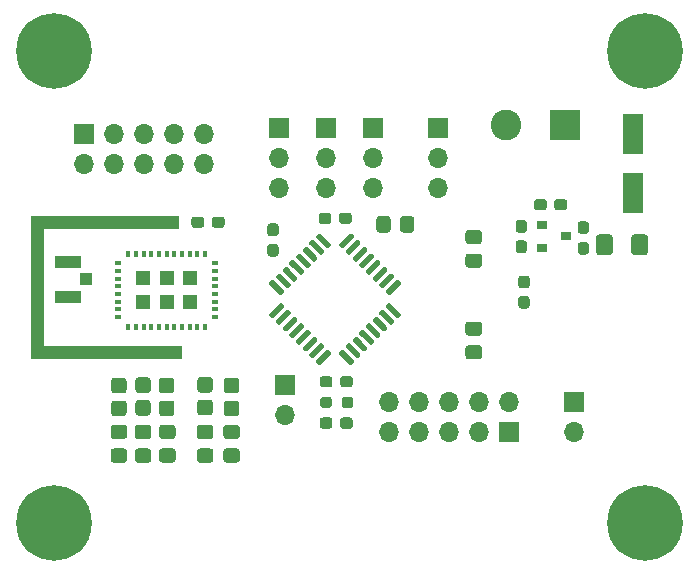
<source format=gbr>
%TF.GenerationSoftware,KiCad,Pcbnew,(5.1.10)-1*%
%TF.CreationDate,2021-08-23T16:31:20+01:00*%
%TF.ProjectId,Abhoinn_IoT_V3,4162686f-696e-46e5-9f49-6f545f56332e,rev?*%
%TF.SameCoordinates,Original*%
%TF.FileFunction,Soldermask,Top*%
%TF.FilePolarity,Negative*%
%FSLAX46Y46*%
G04 Gerber Fmt 4.6, Leading zero omitted, Abs format (unit mm)*
G04 Created by KiCad (PCBNEW (5.1.10)-1) date 2021-08-23 16:31:20*
%MOMM*%
%LPD*%
G01*
G04 APERTURE LIST*
%ADD10C,0.100000*%
%ADD11R,1.200000X1.200000*%
%ADD12R,0.350000X0.500000*%
%ADD13R,0.500000X0.350000*%
%ADD14R,1.800000X3.500000*%
%ADD15O,1.700000X1.700000*%
%ADD16R,1.700000X1.700000*%
%ADD17R,0.900000X0.800000*%
%ADD18C,2.600000*%
%ADD19R,2.600000X2.600000*%
%ADD20R,2.200000X1.050000*%
%ADD21R,1.050000X1.000000*%
%ADD22C,0.800000*%
%ADD23C,6.400000*%
G04 APERTURE END LIST*
D10*
G36*
X130500000Y-75000000D02*
G01*
X119000000Y-75000000D01*
X119000000Y-85000000D01*
X130750000Y-85000000D01*
X130750000Y-86000000D01*
X118000000Y-86000000D01*
X118000000Y-74000000D01*
X130500000Y-74000000D01*
X130500000Y-75000000D01*
G37*
X130500000Y-75000000D02*
X119000000Y-75000000D01*
X119000000Y-85000000D01*
X130750000Y-85000000D01*
X130750000Y-86000000D01*
X118000000Y-86000000D01*
X118000000Y-74000000D01*
X130500000Y-74000000D01*
X130500000Y-75000000D01*
D11*
%TO.C,IC1*%
X131500000Y-81250000D03*
X131500000Y-79250000D03*
X129500000Y-81250000D03*
X129500000Y-79250000D03*
X127500000Y-81250000D03*
X127500000Y-79250000D03*
D12*
X126250000Y-77150000D03*
X126900000Y-77150000D03*
X127550000Y-77150000D03*
X128200000Y-77150000D03*
X128850000Y-77150000D03*
X129500000Y-77150000D03*
X130150000Y-77150000D03*
X130800000Y-77150000D03*
X131450000Y-77150000D03*
X132100000Y-77150000D03*
X132750000Y-77150000D03*
D13*
X133600000Y-77975000D03*
X133600000Y-78625000D03*
X133600000Y-79275000D03*
X133600000Y-79925000D03*
X133600000Y-80575000D03*
X133600000Y-81225000D03*
X133600000Y-81875000D03*
X133600000Y-82525000D03*
D12*
X132750000Y-83350000D03*
X132100000Y-83350000D03*
X131450000Y-83350000D03*
X130800000Y-83350000D03*
X130150000Y-83350000D03*
X129500000Y-83350000D03*
X128850000Y-83350000D03*
X128200000Y-83350000D03*
X127550000Y-83350000D03*
X126900000Y-83350000D03*
X126250000Y-83350000D03*
D13*
X125400000Y-82525000D03*
X125400000Y-81875000D03*
X125400000Y-81225000D03*
X125400000Y-80575000D03*
X125400000Y-79925000D03*
X125400000Y-79275000D03*
X125400000Y-78625000D03*
X125400000Y-77975000D03*
%TD*%
%TO.C,R4*%
G36*
G01*
X129099999Y-93650000D02*
X130000001Y-93650000D01*
G75*
G02*
X130250000Y-93899999I0J-249999D01*
G01*
X130250000Y-94600001D01*
G75*
G02*
X130000001Y-94850000I-249999J0D01*
G01*
X129099999Y-94850000D01*
G75*
G02*
X128850000Y-94600001I0J249999D01*
G01*
X128850000Y-93899999D01*
G75*
G02*
X129099999Y-93650000I249999J0D01*
G01*
G37*
G36*
G01*
X129099999Y-91650000D02*
X130000001Y-91650000D01*
G75*
G02*
X130250000Y-91899999I0J-249999D01*
G01*
X130250000Y-92600001D01*
G75*
G02*
X130000001Y-92850000I-249999J0D01*
G01*
X129099999Y-92850000D01*
G75*
G02*
X128850000Y-92600001I0J249999D01*
G01*
X128850000Y-91899999D01*
G75*
G02*
X129099999Y-91650000I249999J0D01*
G01*
G37*
%TD*%
D14*
%TO.C,D1*%
X169000000Y-67000000D03*
X169000000Y-72000000D03*
%TD*%
D15*
%TO.C,J3*%
X148340000Y-89710000D03*
X148340000Y-92250000D03*
X150880000Y-89710000D03*
X150880000Y-92250000D03*
X153420000Y-89710000D03*
X153420000Y-92250000D03*
X155960000Y-89710000D03*
X155960000Y-92250000D03*
X158500000Y-89710000D03*
D16*
X158500000Y-92250000D03*
%TD*%
D17*
%TO.C,U1*%
X163306000Y-75692000D03*
X161306000Y-76642000D03*
X161306000Y-74742000D03*
%TD*%
%TO.C,C6*%
G36*
G01*
X161675000Y-72762500D02*
X161675000Y-73237500D01*
G75*
G02*
X161437500Y-73475000I-237500J0D01*
G01*
X160837500Y-73475000D01*
G75*
G02*
X160600000Y-73237500I0J237500D01*
G01*
X160600000Y-72762500D01*
G75*
G02*
X160837500Y-72525000I237500J0D01*
G01*
X161437500Y-72525000D01*
G75*
G02*
X161675000Y-72762500I0J-237500D01*
G01*
G37*
G36*
G01*
X163400000Y-72762500D02*
X163400000Y-73237500D01*
G75*
G02*
X163162500Y-73475000I-237500J0D01*
G01*
X162562500Y-73475000D01*
G75*
G02*
X162325000Y-73237500I0J237500D01*
G01*
X162325000Y-72762500D01*
G75*
G02*
X162562500Y-72525000I237500J0D01*
G01*
X163162500Y-72525000D01*
G75*
G02*
X163400000Y-72762500I0J-237500D01*
G01*
G37*
%TD*%
%TO.C,C9*%
G36*
G01*
X159987500Y-80087500D02*
X159512500Y-80087500D01*
G75*
G02*
X159275000Y-79850000I0J237500D01*
G01*
X159275000Y-79250000D01*
G75*
G02*
X159512500Y-79012500I237500J0D01*
G01*
X159987500Y-79012500D01*
G75*
G02*
X160225000Y-79250000I0J-237500D01*
G01*
X160225000Y-79850000D01*
G75*
G02*
X159987500Y-80087500I-237500J0D01*
G01*
G37*
G36*
G01*
X159987500Y-81812500D02*
X159512500Y-81812500D01*
G75*
G02*
X159275000Y-81575000I0J237500D01*
G01*
X159275000Y-80975000D01*
G75*
G02*
X159512500Y-80737500I237500J0D01*
G01*
X159987500Y-80737500D01*
G75*
G02*
X160225000Y-80975000I0J-237500D01*
G01*
X160225000Y-81575000D01*
G75*
G02*
X159987500Y-81812500I-237500J0D01*
G01*
G37*
%TD*%
%TO.C,F1*%
G36*
G01*
X167278880Y-75777440D02*
X167278880Y-77027440D01*
G75*
G02*
X167028880Y-77277440I-250000J0D01*
G01*
X166103880Y-77277440D01*
G75*
G02*
X165853880Y-77027440I0J250000D01*
G01*
X165853880Y-75777440D01*
G75*
G02*
X166103880Y-75527440I250000J0D01*
G01*
X167028880Y-75527440D01*
G75*
G02*
X167278880Y-75777440I0J-250000D01*
G01*
G37*
G36*
G01*
X170253880Y-75777440D02*
X170253880Y-77027440D01*
G75*
G02*
X170003880Y-77277440I-250000J0D01*
G01*
X169078880Y-77277440D01*
G75*
G02*
X168828880Y-77027440I0J250000D01*
G01*
X168828880Y-75777440D01*
G75*
G02*
X169078880Y-75527440I250000J0D01*
G01*
X170003880Y-75527440D01*
G75*
G02*
X170253880Y-75777440I0J-250000D01*
G01*
G37*
%TD*%
D15*
%TO.C,JP4*%
X152500000Y-71580000D03*
X152500000Y-69040000D03*
D16*
X152500000Y-66500000D03*
%TD*%
D15*
%TO.C,JP3*%
X147000000Y-71580000D03*
X147000000Y-69040000D03*
D16*
X147000000Y-66500000D03*
%TD*%
D15*
%TO.C,JP2*%
X139000000Y-71580000D03*
X139000000Y-69040000D03*
D16*
X139000000Y-66500000D03*
%TD*%
D15*
%TO.C,JP1*%
X143000000Y-71580000D03*
X143000000Y-69040000D03*
D16*
X143000000Y-66500000D03*
%TD*%
D15*
%TO.C,J2*%
X139500000Y-90790000D03*
D16*
X139500000Y-88250000D03*
%TD*%
D15*
%TO.C,J1*%
X164000000Y-92290000D03*
D16*
X164000000Y-89750000D03*
%TD*%
D15*
%TO.C,J4*%
X132660000Y-69540000D03*
X132660000Y-67000000D03*
X130120000Y-69540000D03*
X130120000Y-67000000D03*
X127580000Y-69540000D03*
X127580000Y-67000000D03*
X125040000Y-69540000D03*
X125040000Y-67000000D03*
X122500000Y-69540000D03*
D16*
X122500000Y-67000000D03*
%TD*%
%TO.C,U3*%
G36*
G01*
X144103554Y-76333095D02*
X144987437Y-75449212D01*
G75*
G02*
X145164213Y-75449212I88388J-88388D01*
G01*
X145340990Y-75625989D01*
G75*
G02*
X145340990Y-75802765I-88388J-88388D01*
G01*
X144457107Y-76686648D01*
G75*
G02*
X144280331Y-76686648I-88388J88388D01*
G01*
X144103554Y-76509871D01*
G75*
G02*
X144103554Y-76333095I88388J88388D01*
G01*
G37*
G36*
G01*
X144669239Y-76898781D02*
X145553122Y-76014898D01*
G75*
G02*
X145729898Y-76014898I88388J-88388D01*
G01*
X145906675Y-76191675D01*
G75*
G02*
X145906675Y-76368451I-88388J-88388D01*
G01*
X145022792Y-77252334D01*
G75*
G02*
X144846016Y-77252334I-88388J88388D01*
G01*
X144669239Y-77075557D01*
G75*
G02*
X144669239Y-76898781I88388J88388D01*
G01*
G37*
G36*
G01*
X145234925Y-77464466D02*
X146118808Y-76580583D01*
G75*
G02*
X146295584Y-76580583I88388J-88388D01*
G01*
X146472361Y-76757360D01*
G75*
G02*
X146472361Y-76934136I-88388J-88388D01*
G01*
X145588478Y-77818019D01*
G75*
G02*
X145411702Y-77818019I-88388J88388D01*
G01*
X145234925Y-77641242D01*
G75*
G02*
X145234925Y-77464466I88388J88388D01*
G01*
G37*
G36*
G01*
X145800610Y-78030151D02*
X146684493Y-77146268D01*
G75*
G02*
X146861269Y-77146268I88388J-88388D01*
G01*
X147038046Y-77323045D01*
G75*
G02*
X147038046Y-77499821I-88388J-88388D01*
G01*
X146154163Y-78383704D01*
G75*
G02*
X145977387Y-78383704I-88388J88388D01*
G01*
X145800610Y-78206927D01*
G75*
G02*
X145800610Y-78030151I88388J88388D01*
G01*
G37*
G36*
G01*
X146366296Y-78595837D02*
X147250179Y-77711954D01*
G75*
G02*
X147426955Y-77711954I88388J-88388D01*
G01*
X147603732Y-77888731D01*
G75*
G02*
X147603732Y-78065507I-88388J-88388D01*
G01*
X146719849Y-78949390D01*
G75*
G02*
X146543073Y-78949390I-88388J88388D01*
G01*
X146366296Y-78772613D01*
G75*
G02*
X146366296Y-78595837I88388J88388D01*
G01*
G37*
G36*
G01*
X146931981Y-79161522D02*
X147815864Y-78277639D01*
G75*
G02*
X147992640Y-78277639I88388J-88388D01*
G01*
X148169417Y-78454416D01*
G75*
G02*
X148169417Y-78631192I-88388J-88388D01*
G01*
X147285534Y-79515075D01*
G75*
G02*
X147108758Y-79515075I-88388J88388D01*
G01*
X146931981Y-79338298D01*
G75*
G02*
X146931981Y-79161522I88388J88388D01*
G01*
G37*
G36*
G01*
X147497666Y-79727208D02*
X148381549Y-78843325D01*
G75*
G02*
X148558325Y-78843325I88388J-88388D01*
G01*
X148735102Y-79020102D01*
G75*
G02*
X148735102Y-79196878I-88388J-88388D01*
G01*
X147851219Y-80080761D01*
G75*
G02*
X147674443Y-80080761I-88388J88388D01*
G01*
X147497666Y-79903984D01*
G75*
G02*
X147497666Y-79727208I88388J88388D01*
G01*
G37*
G36*
G01*
X148063352Y-80292893D02*
X148947235Y-79409010D01*
G75*
G02*
X149124011Y-79409010I88388J-88388D01*
G01*
X149300788Y-79585787D01*
G75*
G02*
X149300788Y-79762563I-88388J-88388D01*
G01*
X148416905Y-80646446D01*
G75*
G02*
X148240129Y-80646446I-88388J88388D01*
G01*
X148063352Y-80469669D01*
G75*
G02*
X148063352Y-80292893I88388J88388D01*
G01*
G37*
G36*
G01*
X148063352Y-81530331D02*
X148240129Y-81353554D01*
G75*
G02*
X148416905Y-81353554I88388J-88388D01*
G01*
X149300788Y-82237437D01*
G75*
G02*
X149300788Y-82414213I-88388J-88388D01*
G01*
X149124011Y-82590990D01*
G75*
G02*
X148947235Y-82590990I-88388J88388D01*
G01*
X148063352Y-81707107D01*
G75*
G02*
X148063352Y-81530331I88388J88388D01*
G01*
G37*
G36*
G01*
X147497666Y-82096016D02*
X147674443Y-81919239D01*
G75*
G02*
X147851219Y-81919239I88388J-88388D01*
G01*
X148735102Y-82803122D01*
G75*
G02*
X148735102Y-82979898I-88388J-88388D01*
G01*
X148558325Y-83156675D01*
G75*
G02*
X148381549Y-83156675I-88388J88388D01*
G01*
X147497666Y-82272792D01*
G75*
G02*
X147497666Y-82096016I88388J88388D01*
G01*
G37*
G36*
G01*
X146931981Y-82661702D02*
X147108758Y-82484925D01*
G75*
G02*
X147285534Y-82484925I88388J-88388D01*
G01*
X148169417Y-83368808D01*
G75*
G02*
X148169417Y-83545584I-88388J-88388D01*
G01*
X147992640Y-83722361D01*
G75*
G02*
X147815864Y-83722361I-88388J88388D01*
G01*
X146931981Y-82838478D01*
G75*
G02*
X146931981Y-82661702I88388J88388D01*
G01*
G37*
G36*
G01*
X146366296Y-83227387D02*
X146543073Y-83050610D01*
G75*
G02*
X146719849Y-83050610I88388J-88388D01*
G01*
X147603732Y-83934493D01*
G75*
G02*
X147603732Y-84111269I-88388J-88388D01*
G01*
X147426955Y-84288046D01*
G75*
G02*
X147250179Y-84288046I-88388J88388D01*
G01*
X146366296Y-83404163D01*
G75*
G02*
X146366296Y-83227387I88388J88388D01*
G01*
G37*
G36*
G01*
X145800610Y-83793073D02*
X145977387Y-83616296D01*
G75*
G02*
X146154163Y-83616296I88388J-88388D01*
G01*
X147038046Y-84500179D01*
G75*
G02*
X147038046Y-84676955I-88388J-88388D01*
G01*
X146861269Y-84853732D01*
G75*
G02*
X146684493Y-84853732I-88388J88388D01*
G01*
X145800610Y-83969849D01*
G75*
G02*
X145800610Y-83793073I88388J88388D01*
G01*
G37*
G36*
G01*
X145234925Y-84358758D02*
X145411702Y-84181981D01*
G75*
G02*
X145588478Y-84181981I88388J-88388D01*
G01*
X146472361Y-85065864D01*
G75*
G02*
X146472361Y-85242640I-88388J-88388D01*
G01*
X146295584Y-85419417D01*
G75*
G02*
X146118808Y-85419417I-88388J88388D01*
G01*
X145234925Y-84535534D01*
G75*
G02*
X145234925Y-84358758I88388J88388D01*
G01*
G37*
G36*
G01*
X144669239Y-84924443D02*
X144846016Y-84747666D01*
G75*
G02*
X145022792Y-84747666I88388J-88388D01*
G01*
X145906675Y-85631549D01*
G75*
G02*
X145906675Y-85808325I-88388J-88388D01*
G01*
X145729898Y-85985102D01*
G75*
G02*
X145553122Y-85985102I-88388J88388D01*
G01*
X144669239Y-85101219D01*
G75*
G02*
X144669239Y-84924443I88388J88388D01*
G01*
G37*
G36*
G01*
X144103554Y-85490129D02*
X144280331Y-85313352D01*
G75*
G02*
X144457107Y-85313352I88388J-88388D01*
G01*
X145340990Y-86197235D01*
G75*
G02*
X145340990Y-86374011I-88388J-88388D01*
G01*
X145164213Y-86550788D01*
G75*
G02*
X144987437Y-86550788I-88388J88388D01*
G01*
X144103554Y-85666905D01*
G75*
G02*
X144103554Y-85490129I88388J88388D01*
G01*
G37*
G36*
G01*
X142159010Y-86197235D02*
X143042893Y-85313352D01*
G75*
G02*
X143219669Y-85313352I88388J-88388D01*
G01*
X143396446Y-85490129D01*
G75*
G02*
X143396446Y-85666905I-88388J-88388D01*
G01*
X142512563Y-86550788D01*
G75*
G02*
X142335787Y-86550788I-88388J88388D01*
G01*
X142159010Y-86374011D01*
G75*
G02*
X142159010Y-86197235I88388J88388D01*
G01*
G37*
G36*
G01*
X141593325Y-85631549D02*
X142477208Y-84747666D01*
G75*
G02*
X142653984Y-84747666I88388J-88388D01*
G01*
X142830761Y-84924443D01*
G75*
G02*
X142830761Y-85101219I-88388J-88388D01*
G01*
X141946878Y-85985102D01*
G75*
G02*
X141770102Y-85985102I-88388J88388D01*
G01*
X141593325Y-85808325D01*
G75*
G02*
X141593325Y-85631549I88388J88388D01*
G01*
G37*
G36*
G01*
X141027639Y-85065864D02*
X141911522Y-84181981D01*
G75*
G02*
X142088298Y-84181981I88388J-88388D01*
G01*
X142265075Y-84358758D01*
G75*
G02*
X142265075Y-84535534I-88388J-88388D01*
G01*
X141381192Y-85419417D01*
G75*
G02*
X141204416Y-85419417I-88388J88388D01*
G01*
X141027639Y-85242640D01*
G75*
G02*
X141027639Y-85065864I88388J88388D01*
G01*
G37*
G36*
G01*
X140461954Y-84500179D02*
X141345837Y-83616296D01*
G75*
G02*
X141522613Y-83616296I88388J-88388D01*
G01*
X141699390Y-83793073D01*
G75*
G02*
X141699390Y-83969849I-88388J-88388D01*
G01*
X140815507Y-84853732D01*
G75*
G02*
X140638731Y-84853732I-88388J88388D01*
G01*
X140461954Y-84676955D01*
G75*
G02*
X140461954Y-84500179I88388J88388D01*
G01*
G37*
G36*
G01*
X139896268Y-83934493D02*
X140780151Y-83050610D01*
G75*
G02*
X140956927Y-83050610I88388J-88388D01*
G01*
X141133704Y-83227387D01*
G75*
G02*
X141133704Y-83404163I-88388J-88388D01*
G01*
X140249821Y-84288046D01*
G75*
G02*
X140073045Y-84288046I-88388J88388D01*
G01*
X139896268Y-84111269D01*
G75*
G02*
X139896268Y-83934493I88388J88388D01*
G01*
G37*
G36*
G01*
X139330583Y-83368808D02*
X140214466Y-82484925D01*
G75*
G02*
X140391242Y-82484925I88388J-88388D01*
G01*
X140568019Y-82661702D01*
G75*
G02*
X140568019Y-82838478I-88388J-88388D01*
G01*
X139684136Y-83722361D01*
G75*
G02*
X139507360Y-83722361I-88388J88388D01*
G01*
X139330583Y-83545584D01*
G75*
G02*
X139330583Y-83368808I88388J88388D01*
G01*
G37*
G36*
G01*
X138764898Y-82803122D02*
X139648781Y-81919239D01*
G75*
G02*
X139825557Y-81919239I88388J-88388D01*
G01*
X140002334Y-82096016D01*
G75*
G02*
X140002334Y-82272792I-88388J-88388D01*
G01*
X139118451Y-83156675D01*
G75*
G02*
X138941675Y-83156675I-88388J88388D01*
G01*
X138764898Y-82979898D01*
G75*
G02*
X138764898Y-82803122I88388J88388D01*
G01*
G37*
G36*
G01*
X138199212Y-82237437D02*
X139083095Y-81353554D01*
G75*
G02*
X139259871Y-81353554I88388J-88388D01*
G01*
X139436648Y-81530331D01*
G75*
G02*
X139436648Y-81707107I-88388J-88388D01*
G01*
X138552765Y-82590990D01*
G75*
G02*
X138375989Y-82590990I-88388J88388D01*
G01*
X138199212Y-82414213D01*
G75*
G02*
X138199212Y-82237437I88388J88388D01*
G01*
G37*
G36*
G01*
X138199212Y-79585787D02*
X138375989Y-79409010D01*
G75*
G02*
X138552765Y-79409010I88388J-88388D01*
G01*
X139436648Y-80292893D01*
G75*
G02*
X139436648Y-80469669I-88388J-88388D01*
G01*
X139259871Y-80646446D01*
G75*
G02*
X139083095Y-80646446I-88388J88388D01*
G01*
X138199212Y-79762563D01*
G75*
G02*
X138199212Y-79585787I88388J88388D01*
G01*
G37*
G36*
G01*
X138764898Y-79020102D02*
X138941675Y-78843325D01*
G75*
G02*
X139118451Y-78843325I88388J-88388D01*
G01*
X140002334Y-79727208D01*
G75*
G02*
X140002334Y-79903984I-88388J-88388D01*
G01*
X139825557Y-80080761D01*
G75*
G02*
X139648781Y-80080761I-88388J88388D01*
G01*
X138764898Y-79196878D01*
G75*
G02*
X138764898Y-79020102I88388J88388D01*
G01*
G37*
G36*
G01*
X139330583Y-78454416D02*
X139507360Y-78277639D01*
G75*
G02*
X139684136Y-78277639I88388J-88388D01*
G01*
X140568019Y-79161522D01*
G75*
G02*
X140568019Y-79338298I-88388J-88388D01*
G01*
X140391242Y-79515075D01*
G75*
G02*
X140214466Y-79515075I-88388J88388D01*
G01*
X139330583Y-78631192D01*
G75*
G02*
X139330583Y-78454416I88388J88388D01*
G01*
G37*
G36*
G01*
X139896268Y-77888731D02*
X140073045Y-77711954D01*
G75*
G02*
X140249821Y-77711954I88388J-88388D01*
G01*
X141133704Y-78595837D01*
G75*
G02*
X141133704Y-78772613I-88388J-88388D01*
G01*
X140956927Y-78949390D01*
G75*
G02*
X140780151Y-78949390I-88388J88388D01*
G01*
X139896268Y-78065507D01*
G75*
G02*
X139896268Y-77888731I88388J88388D01*
G01*
G37*
G36*
G01*
X140461954Y-77323045D02*
X140638731Y-77146268D01*
G75*
G02*
X140815507Y-77146268I88388J-88388D01*
G01*
X141699390Y-78030151D01*
G75*
G02*
X141699390Y-78206927I-88388J-88388D01*
G01*
X141522613Y-78383704D01*
G75*
G02*
X141345837Y-78383704I-88388J88388D01*
G01*
X140461954Y-77499821D01*
G75*
G02*
X140461954Y-77323045I88388J88388D01*
G01*
G37*
G36*
G01*
X141027639Y-76757360D02*
X141204416Y-76580583D01*
G75*
G02*
X141381192Y-76580583I88388J-88388D01*
G01*
X142265075Y-77464466D01*
G75*
G02*
X142265075Y-77641242I-88388J-88388D01*
G01*
X142088298Y-77818019D01*
G75*
G02*
X141911522Y-77818019I-88388J88388D01*
G01*
X141027639Y-76934136D01*
G75*
G02*
X141027639Y-76757360I88388J88388D01*
G01*
G37*
G36*
G01*
X141593325Y-76191675D02*
X141770102Y-76014898D01*
G75*
G02*
X141946878Y-76014898I88388J-88388D01*
G01*
X142830761Y-76898781D01*
G75*
G02*
X142830761Y-77075557I-88388J-88388D01*
G01*
X142653984Y-77252334D01*
G75*
G02*
X142477208Y-77252334I-88388J88388D01*
G01*
X141593325Y-76368451D01*
G75*
G02*
X141593325Y-76191675I88388J88388D01*
G01*
G37*
G36*
G01*
X142159010Y-75625989D02*
X142335787Y-75449212D01*
G75*
G02*
X142512563Y-75449212I88388J-88388D01*
G01*
X143396446Y-76333095D01*
G75*
G02*
X143396446Y-76509871I-88388J-88388D01*
G01*
X143219669Y-76686648D01*
G75*
G02*
X143042893Y-76686648I-88388J88388D01*
G01*
X142159010Y-75802765D01*
G75*
G02*
X142159010Y-75625989I88388J88388D01*
G01*
G37*
%TD*%
%TO.C,R8*%
G36*
G01*
X134549999Y-93650000D02*
X135450001Y-93650000D01*
G75*
G02*
X135700000Y-93899999I0J-249999D01*
G01*
X135700000Y-94600001D01*
G75*
G02*
X135450001Y-94850000I-249999J0D01*
G01*
X134549999Y-94850000D01*
G75*
G02*
X134300000Y-94600001I0J249999D01*
G01*
X134300000Y-93899999D01*
G75*
G02*
X134549999Y-93650000I249999J0D01*
G01*
G37*
G36*
G01*
X134549999Y-91650000D02*
X135450001Y-91650000D01*
G75*
G02*
X135700000Y-91899999I0J-249999D01*
G01*
X135700000Y-92600001D01*
G75*
G02*
X135450001Y-92850000I-249999J0D01*
G01*
X134549999Y-92850000D01*
G75*
G02*
X134300000Y-92600001I0J249999D01*
G01*
X134300000Y-91899999D01*
G75*
G02*
X134549999Y-91650000I249999J0D01*
G01*
G37*
%TD*%
%TO.C,R7*%
G36*
G01*
X132299999Y-93650000D02*
X133200001Y-93650000D01*
G75*
G02*
X133450000Y-93899999I0J-249999D01*
G01*
X133450000Y-94600001D01*
G75*
G02*
X133200001Y-94850000I-249999J0D01*
G01*
X132299999Y-94850000D01*
G75*
G02*
X132050000Y-94600001I0J249999D01*
G01*
X132050000Y-93899999D01*
G75*
G02*
X132299999Y-93650000I249999J0D01*
G01*
G37*
G36*
G01*
X132299999Y-91650000D02*
X133200001Y-91650000D01*
G75*
G02*
X133450000Y-91899999I0J-249999D01*
G01*
X133450000Y-92600001D01*
G75*
G02*
X133200001Y-92850000I-249999J0D01*
G01*
X132299999Y-92850000D01*
G75*
G02*
X132050000Y-92600001I0J249999D01*
G01*
X132050000Y-91899999D01*
G75*
G02*
X132299999Y-91650000I249999J0D01*
G01*
G37*
%TD*%
%TO.C,R6*%
G36*
G01*
X155049999Y-77150000D02*
X155950001Y-77150000D01*
G75*
G02*
X156200000Y-77399999I0J-249999D01*
G01*
X156200000Y-78100001D01*
G75*
G02*
X155950001Y-78350000I-249999J0D01*
G01*
X155049999Y-78350000D01*
G75*
G02*
X154800000Y-78100001I0J249999D01*
G01*
X154800000Y-77399999D01*
G75*
G02*
X155049999Y-77150000I249999J0D01*
G01*
G37*
G36*
G01*
X155049999Y-75150000D02*
X155950001Y-75150000D01*
G75*
G02*
X156200000Y-75399999I0J-249999D01*
G01*
X156200000Y-76100001D01*
G75*
G02*
X155950001Y-76350000I-249999J0D01*
G01*
X155049999Y-76350000D01*
G75*
G02*
X154800000Y-76100001I0J249999D01*
G01*
X154800000Y-75399999D01*
G75*
G02*
X155049999Y-75150000I249999J0D01*
G01*
G37*
%TD*%
%TO.C,R5*%
G36*
G01*
X155950001Y-84100000D02*
X155049999Y-84100000D01*
G75*
G02*
X154800000Y-83850001I0J249999D01*
G01*
X154800000Y-83149999D01*
G75*
G02*
X155049999Y-82900000I249999J0D01*
G01*
X155950001Y-82900000D01*
G75*
G02*
X156200000Y-83149999I0J-249999D01*
G01*
X156200000Y-83850001D01*
G75*
G02*
X155950001Y-84100000I-249999J0D01*
G01*
G37*
G36*
G01*
X155950001Y-86100000D02*
X155049999Y-86100000D01*
G75*
G02*
X154800000Y-85850001I0J249999D01*
G01*
X154800000Y-85149999D01*
G75*
G02*
X155049999Y-84900000I249999J0D01*
G01*
X155950001Y-84900000D01*
G75*
G02*
X156200000Y-85149999I0J-249999D01*
G01*
X156200000Y-85850001D01*
G75*
G02*
X155950001Y-86100000I-249999J0D01*
G01*
G37*
%TD*%
%TO.C,R3*%
G36*
G01*
X127049999Y-93650000D02*
X127950001Y-93650000D01*
G75*
G02*
X128200000Y-93899999I0J-249999D01*
G01*
X128200000Y-94600001D01*
G75*
G02*
X127950001Y-94850000I-249999J0D01*
G01*
X127049999Y-94850000D01*
G75*
G02*
X126800000Y-94600001I0J249999D01*
G01*
X126800000Y-93899999D01*
G75*
G02*
X127049999Y-93650000I249999J0D01*
G01*
G37*
G36*
G01*
X127049999Y-91650000D02*
X127950001Y-91650000D01*
G75*
G02*
X128200000Y-91899999I0J-249999D01*
G01*
X128200000Y-92600001D01*
G75*
G02*
X127950001Y-92850000I-249999J0D01*
G01*
X127049999Y-92850000D01*
G75*
G02*
X126800000Y-92600001I0J249999D01*
G01*
X126800000Y-91899999D01*
G75*
G02*
X127049999Y-91650000I249999J0D01*
G01*
G37*
%TD*%
%TO.C,R2*%
G36*
G01*
X124999999Y-93650000D02*
X125900001Y-93650000D01*
G75*
G02*
X126150000Y-93899999I0J-249999D01*
G01*
X126150000Y-94600001D01*
G75*
G02*
X125900001Y-94850000I-249999J0D01*
G01*
X124999999Y-94850000D01*
G75*
G02*
X124750000Y-94600001I0J249999D01*
G01*
X124750000Y-93899999D01*
G75*
G02*
X124999999Y-93650000I249999J0D01*
G01*
G37*
G36*
G01*
X124999999Y-91650000D02*
X125900001Y-91650000D01*
G75*
G02*
X126150000Y-91899999I0J-249999D01*
G01*
X126150000Y-92600001D01*
G75*
G02*
X125900001Y-92850000I-249999J0D01*
G01*
X124999999Y-92850000D01*
G75*
G02*
X124750000Y-92600001I0J249999D01*
G01*
X124750000Y-91899999D01*
G75*
G02*
X124999999Y-91650000I249999J0D01*
G01*
G37*
%TD*%
%TO.C,R1*%
G36*
G01*
X149260000Y-75126001D02*
X149260000Y-74225999D01*
G75*
G02*
X149509999Y-73976000I249999J0D01*
G01*
X150210001Y-73976000D01*
G75*
G02*
X150460000Y-74225999I0J-249999D01*
G01*
X150460000Y-75126001D01*
G75*
G02*
X150210001Y-75376000I-249999J0D01*
G01*
X149509999Y-75376000D01*
G75*
G02*
X149260000Y-75126001I0J249999D01*
G01*
G37*
G36*
G01*
X147260000Y-75126001D02*
X147260000Y-74225999D01*
G75*
G02*
X147509999Y-73976000I249999J0D01*
G01*
X148210001Y-73976000D01*
G75*
G02*
X148460000Y-74225999I0J-249999D01*
G01*
X148460000Y-75126001D01*
G75*
G02*
X148210001Y-75376000I-249999J0D01*
G01*
X147509999Y-75376000D01*
G75*
G02*
X147260000Y-75126001I0J249999D01*
G01*
G37*
%TD*%
D18*
%TO.C,J6*%
X158250000Y-66250000D03*
D19*
X163250000Y-66250000D03*
%TD*%
D20*
%TO.C,J5*%
X121124980Y-80783220D03*
D21*
X122649980Y-79308220D03*
D20*
X121124980Y-77833220D03*
%TD*%
D22*
%TO.C,H4*%
X121697056Y-58302944D03*
X120000000Y-57600000D03*
X118302944Y-58302944D03*
X117600000Y-60000000D03*
X118302944Y-61697056D03*
X120000000Y-62400000D03*
X121697056Y-61697056D03*
X122400000Y-60000000D03*
D23*
X120000000Y-60000000D03*
%TD*%
D22*
%TO.C,H3*%
X121697056Y-98302944D03*
X120000000Y-97600000D03*
X118302944Y-98302944D03*
X117600000Y-100000000D03*
X118302944Y-101697056D03*
X120000000Y-102400000D03*
X121697056Y-101697056D03*
X122400000Y-100000000D03*
D23*
X120000000Y-100000000D03*
%TD*%
D22*
%TO.C,H2*%
X171697056Y-98302944D03*
X170000000Y-97600000D03*
X168302944Y-98302944D03*
X167600000Y-100000000D03*
X168302944Y-101697056D03*
X170000000Y-102400000D03*
X171697056Y-101697056D03*
X172400000Y-100000000D03*
D23*
X170000000Y-100000000D03*
%TD*%
D22*
%TO.C,H1*%
X171697056Y-58302944D03*
X170000000Y-57600000D03*
X168302944Y-58302944D03*
X167600000Y-60000000D03*
X168302944Y-61697056D03*
X170000000Y-62400000D03*
X171697056Y-61697056D03*
X172400000Y-60000000D03*
D23*
X170000000Y-60000000D03*
%TD*%
%TO.C,FB1*%
G36*
G01*
X165019860Y-75477160D02*
X164544860Y-75477160D01*
G75*
G02*
X164307360Y-75239660I0J237500D01*
G01*
X164307360Y-74664660D01*
G75*
G02*
X164544860Y-74427160I237500J0D01*
G01*
X165019860Y-74427160D01*
G75*
G02*
X165257360Y-74664660I0J-237500D01*
G01*
X165257360Y-75239660D01*
G75*
G02*
X165019860Y-75477160I-237500J0D01*
G01*
G37*
G36*
G01*
X165019860Y-77227160D02*
X164544860Y-77227160D01*
G75*
G02*
X164307360Y-76989660I0J237500D01*
G01*
X164307360Y-76414660D01*
G75*
G02*
X164544860Y-76177160I237500J0D01*
G01*
X165019860Y-76177160D01*
G75*
G02*
X165257360Y-76414660I0J-237500D01*
G01*
X165257360Y-76989660D01*
G75*
G02*
X165019860Y-77227160I-237500J0D01*
G01*
G37*
%TD*%
%TO.C,D6*%
G36*
G01*
X135400001Y-88987500D02*
X134599999Y-88987500D01*
G75*
G02*
X134350000Y-88737501I0J249999D01*
G01*
X134350000Y-87912499D01*
G75*
G02*
X134599999Y-87662500I249999J0D01*
G01*
X135400001Y-87662500D01*
G75*
G02*
X135650000Y-87912499I0J-249999D01*
G01*
X135650000Y-88737501D01*
G75*
G02*
X135400001Y-88987500I-249999J0D01*
G01*
G37*
G36*
G01*
X135400001Y-90912500D02*
X134599999Y-90912500D01*
G75*
G02*
X134350000Y-90662501I0J249999D01*
G01*
X134350000Y-89837499D01*
G75*
G02*
X134599999Y-89587500I249999J0D01*
G01*
X135400001Y-89587500D01*
G75*
G02*
X135650000Y-89837499I0J-249999D01*
G01*
X135650000Y-90662501D01*
G75*
G02*
X135400001Y-90912500I-249999J0D01*
G01*
G37*
%TD*%
%TO.C,D5*%
G36*
G01*
X133150001Y-88912500D02*
X132349999Y-88912500D01*
G75*
G02*
X132100000Y-88662501I0J249999D01*
G01*
X132100000Y-87837499D01*
G75*
G02*
X132349999Y-87587500I249999J0D01*
G01*
X133150001Y-87587500D01*
G75*
G02*
X133400000Y-87837499I0J-249999D01*
G01*
X133400000Y-88662501D01*
G75*
G02*
X133150001Y-88912500I-249999J0D01*
G01*
G37*
G36*
G01*
X133150001Y-90837500D02*
X132349999Y-90837500D01*
G75*
G02*
X132100000Y-90587501I0J249999D01*
G01*
X132100000Y-89762499D01*
G75*
G02*
X132349999Y-89512500I249999J0D01*
G01*
X133150001Y-89512500D01*
G75*
G02*
X133400000Y-89762499I0J-249999D01*
G01*
X133400000Y-90587501D01*
G75*
G02*
X133150001Y-90837500I-249999J0D01*
G01*
G37*
%TD*%
%TO.C,D4*%
G36*
G01*
X129900001Y-88987500D02*
X129099999Y-88987500D01*
G75*
G02*
X128850000Y-88737501I0J249999D01*
G01*
X128850000Y-87912499D01*
G75*
G02*
X129099999Y-87662500I249999J0D01*
G01*
X129900001Y-87662500D01*
G75*
G02*
X130150000Y-87912499I0J-249999D01*
G01*
X130150000Y-88737501D01*
G75*
G02*
X129900001Y-88987500I-249999J0D01*
G01*
G37*
G36*
G01*
X129900001Y-90912500D02*
X129099999Y-90912500D01*
G75*
G02*
X128850000Y-90662501I0J249999D01*
G01*
X128850000Y-89837499D01*
G75*
G02*
X129099999Y-89587500I249999J0D01*
G01*
X129900001Y-89587500D01*
G75*
G02*
X130150000Y-89837499I0J-249999D01*
G01*
X130150000Y-90662501D01*
G75*
G02*
X129900001Y-90912500I-249999J0D01*
G01*
G37*
%TD*%
%TO.C,D3*%
G36*
G01*
X127900001Y-88950000D02*
X127099999Y-88950000D01*
G75*
G02*
X126850000Y-88700001I0J249999D01*
G01*
X126850000Y-87874999D01*
G75*
G02*
X127099999Y-87625000I249999J0D01*
G01*
X127900001Y-87625000D01*
G75*
G02*
X128150000Y-87874999I0J-249999D01*
G01*
X128150000Y-88700001D01*
G75*
G02*
X127900001Y-88950000I-249999J0D01*
G01*
G37*
G36*
G01*
X127900001Y-90875000D02*
X127099999Y-90875000D01*
G75*
G02*
X126850000Y-90625001I0J249999D01*
G01*
X126850000Y-89799999D01*
G75*
G02*
X127099999Y-89550000I249999J0D01*
G01*
X127900001Y-89550000D01*
G75*
G02*
X128150000Y-89799999I0J-249999D01*
G01*
X128150000Y-90625001D01*
G75*
G02*
X127900001Y-90875000I-249999J0D01*
G01*
G37*
%TD*%
%TO.C,D2*%
G36*
G01*
X125850001Y-88987500D02*
X125049999Y-88987500D01*
G75*
G02*
X124800000Y-88737501I0J249999D01*
G01*
X124800000Y-87912499D01*
G75*
G02*
X125049999Y-87662500I249999J0D01*
G01*
X125850001Y-87662500D01*
G75*
G02*
X126100000Y-87912499I0J-249999D01*
G01*
X126100000Y-88737501D01*
G75*
G02*
X125850001Y-88987500I-249999J0D01*
G01*
G37*
G36*
G01*
X125850001Y-90912500D02*
X125049999Y-90912500D01*
G75*
G02*
X124800000Y-90662501I0J249999D01*
G01*
X124800000Y-89837499D01*
G75*
G02*
X125049999Y-89587500I249999J0D01*
G01*
X125850001Y-89587500D01*
G75*
G02*
X126100000Y-89837499I0J-249999D01*
G01*
X126100000Y-90662501D01*
G75*
G02*
X125850001Y-90912500I-249999J0D01*
G01*
G37*
%TD*%
%TO.C,C8*%
G36*
G01*
X132675000Y-74262500D02*
X132675000Y-74737500D01*
G75*
G02*
X132437500Y-74975000I-237500J0D01*
G01*
X131837500Y-74975000D01*
G75*
G02*
X131600000Y-74737500I0J237500D01*
G01*
X131600000Y-74262500D01*
G75*
G02*
X131837500Y-74025000I237500J0D01*
G01*
X132437500Y-74025000D01*
G75*
G02*
X132675000Y-74262500I0J-237500D01*
G01*
G37*
G36*
G01*
X134400000Y-74262500D02*
X134400000Y-74737500D01*
G75*
G02*
X134162500Y-74975000I-237500J0D01*
G01*
X133562500Y-74975000D01*
G75*
G02*
X133325000Y-74737500I0J237500D01*
G01*
X133325000Y-74262500D01*
G75*
G02*
X133562500Y-74025000I237500J0D01*
G01*
X134162500Y-74025000D01*
G75*
G02*
X134400000Y-74262500I0J-237500D01*
G01*
G37*
%TD*%
%TO.C,C7*%
G36*
G01*
X159762060Y-75385460D02*
X159287060Y-75385460D01*
G75*
G02*
X159049560Y-75147960I0J237500D01*
G01*
X159049560Y-74547960D01*
G75*
G02*
X159287060Y-74310460I237500J0D01*
G01*
X159762060Y-74310460D01*
G75*
G02*
X159999560Y-74547960I0J-237500D01*
G01*
X159999560Y-75147960D01*
G75*
G02*
X159762060Y-75385460I-237500J0D01*
G01*
G37*
G36*
G01*
X159762060Y-77110460D02*
X159287060Y-77110460D01*
G75*
G02*
X159049560Y-76872960I0J237500D01*
G01*
X159049560Y-76272960D01*
G75*
G02*
X159287060Y-76035460I237500J0D01*
G01*
X159762060Y-76035460D01*
G75*
G02*
X159999560Y-76272960I0J-237500D01*
G01*
X159999560Y-76872960D01*
G75*
G02*
X159762060Y-77110460I-237500J0D01*
G01*
G37*
%TD*%
%TO.C,C5*%
G36*
G01*
X138737500Y-75675000D02*
X138262500Y-75675000D01*
G75*
G02*
X138025000Y-75437500I0J237500D01*
G01*
X138025000Y-74837500D01*
G75*
G02*
X138262500Y-74600000I237500J0D01*
G01*
X138737500Y-74600000D01*
G75*
G02*
X138975000Y-74837500I0J-237500D01*
G01*
X138975000Y-75437500D01*
G75*
G02*
X138737500Y-75675000I-237500J0D01*
G01*
G37*
G36*
G01*
X138737500Y-77400000D02*
X138262500Y-77400000D01*
G75*
G02*
X138025000Y-77162500I0J237500D01*
G01*
X138025000Y-76562500D01*
G75*
G02*
X138262500Y-76325000I237500J0D01*
G01*
X138737500Y-76325000D01*
G75*
G02*
X138975000Y-76562500I0J-237500D01*
G01*
X138975000Y-77162500D01*
G75*
G02*
X138737500Y-77400000I-237500J0D01*
G01*
G37*
%TD*%
%TO.C,C4*%
G36*
G01*
X143537500Y-91262500D02*
X143537500Y-91737500D01*
G75*
G02*
X143300000Y-91975000I-237500J0D01*
G01*
X142700000Y-91975000D01*
G75*
G02*
X142462500Y-91737500I0J237500D01*
G01*
X142462500Y-91262500D01*
G75*
G02*
X142700000Y-91025000I237500J0D01*
G01*
X143300000Y-91025000D01*
G75*
G02*
X143537500Y-91262500I0J-237500D01*
G01*
G37*
G36*
G01*
X145262500Y-91262500D02*
X145262500Y-91737500D01*
G75*
G02*
X145025000Y-91975000I-237500J0D01*
G01*
X144425000Y-91975000D01*
G75*
G02*
X144187500Y-91737500I0J237500D01*
G01*
X144187500Y-91262500D01*
G75*
G02*
X144425000Y-91025000I237500J0D01*
G01*
X145025000Y-91025000D01*
G75*
G02*
X145262500Y-91262500I0J-237500D01*
G01*
G37*
%TD*%
%TO.C,C3*%
G36*
G01*
X144089000Y-74405500D02*
X144089000Y-73930500D01*
G75*
G02*
X144326500Y-73693000I237500J0D01*
G01*
X144926500Y-73693000D01*
G75*
G02*
X145164000Y-73930500I0J-237500D01*
G01*
X145164000Y-74405500D01*
G75*
G02*
X144926500Y-74643000I-237500J0D01*
G01*
X144326500Y-74643000D01*
G75*
G02*
X144089000Y-74405500I0J237500D01*
G01*
G37*
G36*
G01*
X142364000Y-74405500D02*
X142364000Y-73930500D01*
G75*
G02*
X142601500Y-73693000I237500J0D01*
G01*
X143201500Y-73693000D01*
G75*
G02*
X143439000Y-73930500I0J-237500D01*
G01*
X143439000Y-74405500D01*
G75*
G02*
X143201500Y-74643000I-237500J0D01*
G01*
X142601500Y-74643000D01*
G75*
G02*
X142364000Y-74405500I0J237500D01*
G01*
G37*
%TD*%
%TO.C,C2*%
G36*
G01*
X143537500Y-87762500D02*
X143537500Y-88237500D01*
G75*
G02*
X143300000Y-88475000I-237500J0D01*
G01*
X142700000Y-88475000D01*
G75*
G02*
X142462500Y-88237500I0J237500D01*
G01*
X142462500Y-87762500D01*
G75*
G02*
X142700000Y-87525000I237500J0D01*
G01*
X143300000Y-87525000D01*
G75*
G02*
X143537500Y-87762500I0J-237500D01*
G01*
G37*
G36*
G01*
X145262500Y-87762500D02*
X145262500Y-88237500D01*
G75*
G02*
X145025000Y-88475000I-237500J0D01*
G01*
X144425000Y-88475000D01*
G75*
G02*
X144187500Y-88237500I0J237500D01*
G01*
X144187500Y-87762500D01*
G75*
G02*
X144425000Y-87525000I237500J0D01*
G01*
X145025000Y-87525000D01*
G75*
G02*
X145262500Y-87762500I0J-237500D01*
G01*
G37*
%TD*%
%TO.C,C1*%
G36*
G01*
X143487500Y-89512500D02*
X143487500Y-89987500D01*
G75*
G02*
X143250000Y-90225000I-237500J0D01*
G01*
X142750000Y-90225000D01*
G75*
G02*
X142512500Y-89987500I0J237500D01*
G01*
X142512500Y-89512500D01*
G75*
G02*
X142750000Y-89275000I237500J0D01*
G01*
X143250000Y-89275000D01*
G75*
G02*
X143487500Y-89512500I0J-237500D01*
G01*
G37*
G36*
G01*
X145312500Y-89512500D02*
X145312500Y-89987500D01*
G75*
G02*
X145075000Y-90225000I-237500J0D01*
G01*
X144575000Y-90225000D01*
G75*
G02*
X144337500Y-89987500I0J237500D01*
G01*
X144337500Y-89512500D01*
G75*
G02*
X144575000Y-89275000I237500J0D01*
G01*
X145075000Y-89275000D01*
G75*
G02*
X145312500Y-89512500I0J-237500D01*
G01*
G37*
%TD*%
M02*

</source>
